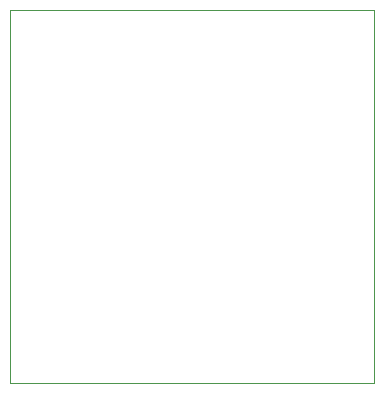
<source format=gbr>
%FSLAX34Y34*%
G04 Gerber Fmt 3.4, Leading zero omitted, Abs format*
G04 (created by PCBNEW (2013-12-04 BZR 4521)-product) date Fri 06 Dec 2013 12:49:57 EST*
%MOIN*%
G01*
G70*
G90*
G04 APERTURE LIST*
%ADD10C,0.005906*%
%ADD11C,0.003937*%
G04 APERTURE END LIST*
G54D10*
G54D11*
X12157Y12464D02*
X12157Y23D01*
X31Y12464D02*
X12157Y12464D01*
X31Y23D02*
X31Y12464D01*
X12157Y23D02*
X31Y23D01*
M02*

</source>
